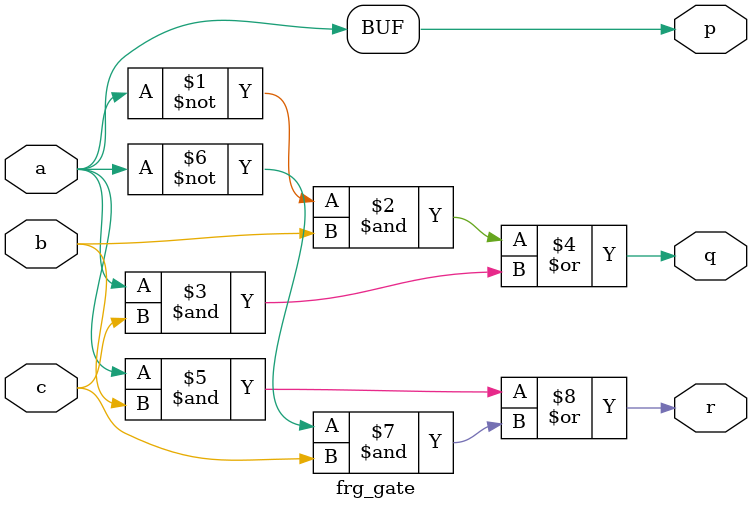
<source format=v>
module frg_gate(a,b,c,p,q,r);
input a,b,c;
output p,q,r;

	assign p = a;
	assign q = (~a & b) | (a & c);
	assign r = (a & b) | (~a & c);

endmodule

</source>
